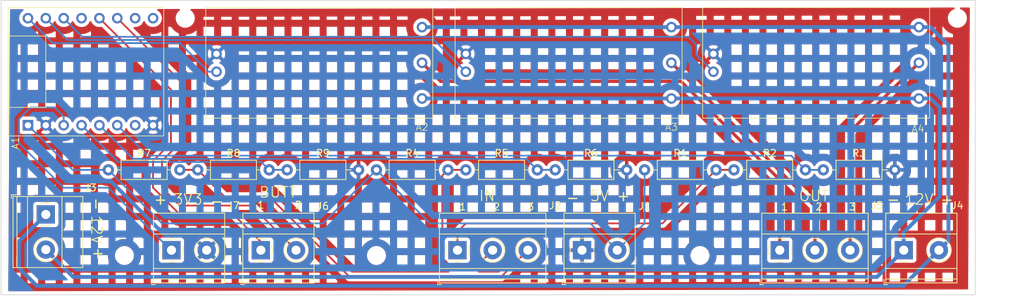
<source format=kicad_pcb>
(kicad_pcb (version 20241229) (generator "pcbnew") (generator_version "9.0")
  (title_block (title "Watering System I/O") (rev "1.0"))
  (layers (0 "F.Cu" signal) (2 "B.Cu" signal) (13 "F.Paste" user) (15 "B.Paste" user) (5 "F.SilkS" user "F.Silkscreen") (7 "B.SilkS" user "B.Silkscreen") (1 "F.Mask" user) (3 "B.Mask" user) (25 "Edge.Cuts" user))
  (net 0 "")
  (net 1 "+5V")
  (net 2 "GND")
  (net 3 "+3.3V")
  (net 4 "Net-(A1-G29{slash}A3)")
  (net 5 "Net-(A1-G28{slash}A2)")
  (net 6 "Net-(A1-G27{slash}A1{slash}I1SCL)")
  (net 10 "Net-(A1-G5{slash}S0CS{slash}I0SCL{slash}U1RX)")
  (net 11 "Net-(A1-G4{slash}S0RX{slash}I0SDA{slash}U1TX)")
  (net 13 "Net-(A1-G2{slash}S0SCK{slash}I1SDA)")
  (net 14 "Net-(A1-G1{slash}S0CS{slash}I0SCL{slash}U0RX)")
  (net 15 "Net-(A1-G0{slash}S0RX{slash}I0SDA{slash}U0TX)")
  (net 16 "GNDPWR")
  (net 17 "/OUT1")
  (net 18 "+12V")
  (net 19 "/OUT2")
  (net 20 "/OUT3")
  (net 21 "Net-(J2-Pin_1)")
  (net 22 "Net-(J2-Pin_2)")
  (net 23 "Net-(J2-Pin_3)")
  (footprint "TerminalBlock_Phoenix:TerminalBlock_Phoenix_MKDS-1,5-2_1x02_P5.00mm_Horizontal" (layer "F.Cu") (at 83.82 106.68 -90)
    (property "Reference" "J3" (at -3.81 -6.35 180) (layer "F.SilkS"))
    (property "Value" "Screw_Terminal_01x02")
    (fp_line (start -2.8 4.9) (end -2.3 4.9) (stroke (width 0.12)) (layer "F.SilkS"))
    (fp_line (start -2.56 4.66) (end 7.56 4.66) (stroke (width 0.12)) (layer "F.SilkS"))
    (fp_line (start -2.8 4.16) (end -2.8 4.9) (stroke (width 0.12)) (layer "F.SilkS"))
    (fp_line (start -2.56 4.1) (end 7.56 4.1) (stroke (width 0.12)) (layer "F.SilkS"))
    (fp_line (start -2.56 2.6) (end 7.56 2.6) (stroke (width 0.12)) (layer "F.SilkS"))
    (fp_line (start 3.966 1.239) (end 3.931 1.274) (stroke (width 0.12)) (layer "F.SilkS"))
    (fp_line (start 3.773 1.023) (end 3.726 1.069) (stroke (width 0.12)) (layer "F.SilkS"))
    (fp_line (start 6.275 -1.069) (end 6.228 -1.023) (stroke (width 0.12)) (layer "F.SilkS"))
    (fp_line (start 6.07 -1.275) (end 6.035 -1.239) (stroke (width 0.12)) (layer "F.SilkS"))
    (fp_line (start -2.56 -2.301) (end 7.56 -2.301) (stroke (width 0.12)) (layer "F.SilkS"))
    (fp_line (start -2.56 -5.261) (end -2.56 4.66) (stroke (width 0.12)) (layer "F.SilkS"))
    (fp_line (start -2.56 -5.261) (end 7.56 -5.261) (stroke (width 0.12)) (layer "F.SilkS"))
    (fp_line (start 7.56 -5.261) (end 7.56 4.66) (stroke (width 0.12)) (layer "F.SilkS"))
    (fp_arc (start 0.028805 1.680253) (mid -0.335551 1.646659) (end -0.684 1.535) (stroke (width 0.12)) (layer "F.SilkS"))
    (fp_arc (start 0.683318 1.534756) (mid 0.349292 1.643288) (end 0 1.68) (stroke (width 0.12)) (layer "F.SilkS"))
    (fp_arc (start -1.535427 0.683042) (mid -1.680501 -0.000524) (end -1.535 -0.684) (stroke (width 0.12)) (layer "F.SilkS"))
    (fp_arc (start 1.535427 -0.683042) (mid 1.680501 0.000524) (end 1.535 0.684) (stroke (width 0.12)) (layer "F.SilkS"))
    (fp_arc (start -0.683042 -1.535427) (mid 0.000524 -1.680501) (end 0.684 -1.535) (stroke (width 0.12)) (layer "F.SilkS"))
    (fp_circle (center 5 0) (end 6.68 0) (stroke (width 0.12)) (fill no) (layer "F.SilkS"))
    (pad "1" thru_hole rect (at 0 0 270) (size 2.6 2.6) (drill 1.3) (layers "*.Cu" "*.Mask") (net 16 "GNDPWR"))
    (pad "2" thru_hole circle (at 5 0 270) (size 2.6 2.6) (drill 1.3) (layers "*.Cu" "*.Mask") (net 18 "+12V"))
  )
  (footprint "TerminalBlock_Phoenix:TerminalBlock_Phoenix_MKDS-1,5-3_1x03_P5.00mm_Horizontal" (layer "F.Cu") (at 142.32 111.76)
    (property "Reference" "J2" (at 13.89 -6.35 0) (layer "F.SilkS"))
    (property "Value" "Screw_Terminal_01x03")
    (fp_line (start -2.8 4.16) (end -2.8 4.9) (stroke (width 0.12)) (layer "F.SilkS"))
    (fp_line (start -2.8 4.9) (end -2.3 4.9) (stroke (width 0.12)) (layer "F.SilkS"))
    (fp_line (start -2.56 -5.261) (end -2.56 4.66) (stroke (width 0.12)) (layer "F.SilkS"))
    (fp_line (start -2.56 -5.261) (end 12.56 -5.261) (stroke (width 0.12)) (layer "F.SilkS"))
    (fp_line (start -2.56 -2.301) (end 12.56 -2.301) (stroke (width 0.12)) (layer "F.SilkS"))
    (fp_line (start -2.56 2.6) (end 12.56 2.6) (stroke (width 0.12)) (layer "F.SilkS"))
    (fp_line (start -2.56 4.1) (end 12.56 4.1) (stroke (width 0.12)) (layer "F.SilkS"))
    (fp_line (start -2.56 4.66) (end 12.56 4.66) (stroke (width 0.12)) (layer "F.SilkS"))
    (fp_line (start 3.773 1.023) (end 3.726 1.069) (stroke (width 0.12)) (layer "F.SilkS"))
    (fp_line (start 3.966 1.239) (end 3.931 1.274) (stroke (width 0.12)) (layer "F.SilkS"))
    (fp_line (start 6.07 -1.275) (end 6.035 -1.239) (stroke (width 0.12)) (layer "F.SilkS"))
    (fp_line (start 6.275 -1.069) (end 6.228 -1.023) (stroke (width 0.12)) (layer "F.SilkS"))
    (fp_line (start 8.773 1.023) (end 8.726 1.069) (stroke (width 0.12)) (layer "F.SilkS"))
    (fp_line (start 8.966 1.239) (end 8.931 1.274) (stroke (width 0.12)) (layer "F.SilkS"))
    (fp_line (start 11.07 -1.275) (end 11.035 -1.239) (stroke (width 0.12)) (layer "F.SilkS"))
    (fp_line (start 11.275 -1.069) (end 11.228 -1.023) (stroke (width 0.12)) (layer "F.SilkS"))
    (fp_line (start 12.56 -5.261) (end 12.56 4.66) (stroke (width 0.12)) (layer "F.SilkS"))
    (fp_arc (start -1.535427 0.683042) (mid -1.680501 -0.000524) (end -1.535 -0.684) (stroke (width 0.12)) (layer "F.SilkS"))
    (fp_arc (start -0.683042 -1.535427) (mid 0.000524 -1.680501) (end 0.684 -1.535) (stroke (width 0.12)) (layer "F.SilkS"))
    (fp_arc (start 0.028805 1.680253) (mid -0.335551 1.646659) (end -0.684 1.535) (stroke (width 0.12)) (layer "F.SilkS"))
    (fp_arc (start 0.683318 1.534756) (mid 0.349292 1.643288) (end 0 1.68) (stroke (width 0.12)) (layer "F.SilkS"))
    (fp_arc (start 1.535427 -0.683042) (mid 1.680501 0.000524) (end 1.535 0.684) (stroke (width 0.12)) (layer "F.SilkS"))
    (fp_circle (center 5 0) (end 6.68 0) (stroke (width 0.12)) (fill no) (layer "F.SilkS"))
    (fp_circle (center 10 0) (end 11.68 0) (stroke (width 0.12)) (fill no) (layer "F.SilkS"))
    (pad "1" thru_hole rect (at 0 0) (size 2.6 2.6) (drill 1.3) (layers "*.Cu" "*.Mask") (net 21 "Net-(J2-Pin_1)"))
    (pad "2" thru_hole circle (at 5 0) (size 2.6 2.6) (drill 1.3) (layers "*.Cu" "*.Mask") (net 22 "Net-(J2-Pin_2)"))
    (pad "3" thru_hole circle (at 10 0) (size 2.6 2.6) (drill 1.3) (layers "*.Cu" "*.Mask") (net 23 "Net-(J2-Pin_3)"))
  )
  (footprint "TerminalBlock_Phoenix:TerminalBlock_Phoenix_MKDS-1,5-2_1x02_P5.00mm_Horizontal" (layer "F.Cu") (at 101.68 111.76)
    (property "Reference" "J7" (at 8.81 -6.35 0) (layer "F.SilkS"))
    (property "Value" "Screw_Terminal_01x02")
    (fp_line (start -2.8 4.16) (end -2.8 4.9) (stroke (width 0.12)) (layer "F.SilkS"))
    (fp_line (start -2.8 4.9) (end -2.3 4.9) (stroke (width 0.12)) (layer "F.SilkS"))
    (fp_line (start -2.56 -5.261) (end -2.56 4.66) (stroke (width 0.12)) (layer "F.SilkS"))
    (fp_line (start -2.56 -5.261) (end 7.56 -5.261) (stroke (width 0.12)) (layer "F.SilkS"))
    (fp_line (start -2.56 -2.301) (end 7.56 -2.301) (stroke (width 0.12)) (layer "F.SilkS"))
    (fp_line (start -2.56 2.6) (end 7.56 2.6) (stroke (width 0.12)) (layer "F.SilkS"))
    (fp_line (start -2.56 4.1) (end 7.56 4.1) (stroke (width 0.12)) (layer "F.SilkS"))
    (fp_line (start -2.56 4.66) (end 7.56 4.66) (stroke (width 0.12)) (layer "F.SilkS"))
    (fp_line (start 3.773 1.023) (end 3.726 1.069) (stroke (width 0.12)) (layer "F.SilkS"))
    (fp_line (start 3.966 1.239) (end 3.931 1.274) (stroke (width 0.12)) (layer "F.SilkS"))
    (fp_line (start 6.07 -1.275) (end 6.035 -1.239) (stroke (width 0.12)) (layer "F.SilkS"))
    (fp_line (start 6.275 -1.069) (end 6.228 -1.023) (stroke (width 0.12)) (layer "F.SilkS"))
    (fp_line (start 7.56 -5.261) (end 7.56 4.66) (stroke (width 0.12)) (layer "F.SilkS"))
    (fp_arc (start -1.535427 0.683042) (mid -1.680501 -0.000524) (end -1.535 -0.684) (stroke (width 0.12)) (layer "F.SilkS"))
    (fp_arc (start -0.683042 -1.535427) (mid 0.000524 -1.680501) (end 0.684 -1.535) (stroke (width 0.12)) (layer "F.SilkS"))
    (fp_arc (start 0.028805 1.680253) (mid -0.335551 1.646659) (end -0.684 1.535) (stroke (width 0.12)) (layer "F.SilkS"))
    (fp_arc (start 0.683318 1.534756) (mid 0.349292 1.643288) (end 0 1.68) (stroke (width 0.12)) (layer "F.SilkS"))
    (fp_arc (start 1.535427 -0.683042) (mid 1.680501 0.000524) (end 1.535 0.684) (stroke (width 0.12)) (layer "F.SilkS"))
    (fp_circle (center 5 0) (end 6.68 0) (stroke (width 0.12)) (fill no) (layer "F.SilkS"))
    (pad "1" thru_hole rect (at 0 0) (size 2.6 2.6) (drill 1.3) (layers "*.Cu" "*.Mask") (net 3 "+3.3V"))
    (pad "2" thru_hole circle (at 5 0) (size 2.6 2.6) (drill 1.3) (layers "*.Cu" "*.Mask") (net 2 "GND"))
  )
  (footprint "TerminalBlock_Phoenix:TerminalBlock_Phoenix_MKDS-1,5-3_1x03_P5.00mm_Horizontal" (layer "F.Cu") (at 188.12 111.76)
    (property "Reference" "J5" (at 13.81 -6.35 0) (layer "F.SilkS"))
    (property "Value" "Screw_Terminal_01x03")
    (fp_line (start -2.8 4.16) (end -2.8 4.9) (stroke (width 0.12)) (layer "F.SilkS"))
    (fp_line (start -2.8 4.9) (end -2.3 4.9) (stroke (width 0.12)) (layer "F.SilkS"))
    (fp_line (start -2.56 -5.261) (end -2.56 4.66) (stroke (width 0.12)) (layer "F.SilkS"))
    (fp_line (start -2.56 -5.261) (end 12.56 -5.261) (stroke (width 0.12)) (layer "F.SilkS"))
    (fp_line (start -2.56 -2.301) (end 12.56 -2.301) (stroke (width 0.12)) (layer "F.SilkS"))
    (fp_line (start -2.56 2.6) (end 12.56 2.6) (stroke (width 0.12)) (layer "F.SilkS"))
    (fp_line (start -2.56 4.1) (end 12.56 4.1) (stroke (width 0.12)) (layer "F.SilkS"))
    (fp_line (start -2.56 4.66) (end 12.56 4.66) (stroke (width 0.12)) (layer "F.SilkS"))
    (fp_line (start 3.773 1.023) (end 3.726 1.069) (stroke (width 0.12)) (layer "F.SilkS"))
    (fp_line (start 3.966 1.239) (end 3.931 1.274) (stroke (width 0.12)) (layer "F.SilkS"))
    (fp_line (start 6.07 -1.275) (end 6.035 -1.239) (stroke (width 0.12)) (layer "F.SilkS"))
    (fp_line (start 6.275 -1.069) (end 6.228 -1.023) (stroke (width 0.12)) (layer "F.SilkS"))
    (fp_line (start 8.773 1.023) (end 8.726 1.069) (stroke (width 0.12)) (layer "F.SilkS"))
    (fp_line (start 8.966 1.239) (end 8.931 1.274) (stroke (width 0.12)) (layer "F.SilkS"))
    (fp_line (start 11.07 -1.275) (end 11.035 -1.239) (stroke (width 0.12)) (layer "F.SilkS"))
    (fp_line (start 11.275 -1.069) (end 11.228 -1.023) (stroke (width 0.12)) (layer "F.SilkS"))
    (fp_line (start 12.56 -5.261) (end 12.56 4.66) (stroke (width 0.12)) (layer "F.SilkS"))
    (fp_arc (start -1.535427 0.683042) (mid -1.680501 -0.000524) (end -1.535 -0.684) (stroke (width 0.12)) (layer "F.SilkS"))
    (fp_arc (start -0.683042 -1.535427) (mid 0.000524 -1.680501) (end 0.684 -1.535) (stroke (width 0.12)) (layer "F.SilkS"))
    (fp_arc (start 0.028805 1.680253) (mid -0.335551 1.646659) (end -0.684 1.535) (stroke (width 0.12)) (layer "F.SilkS"))
    (fp_arc (start 0.683318 1.534756) (mid 0.349292 1.643288) (end 0 1.68) (stroke (width 0.12)) (layer "F.SilkS"))
    (fp_arc (start 1.535427 -0.683042) (mid 1.680501 0.000524) (end 1.535 0.684) (stroke (width 0.12)) (layer "F.SilkS"))
    (fp_circle (center 5 0) (end 6.68 0) (stroke (width 0.12)) (fill no) (layer "F.SilkS"))
    (fp_circle (center 10 0) (end 11.68 0) (stroke (width 0.12)) (fill no) (layer "F.SilkS"))
    (pad "1" thru_hole rect (at 0 0) (size 2.6 2.6) (drill 1.3) (layers "*.Cu" "*.Mask") (net 17 "/OUT1"))
    (pad "2" thru_hole circle (at 5 0) (size 2.6 2.6) (drill 1.3) (layers "*.Cu" "*.Mask") (net 19 "/OUT2"))
    (pad "3" thru_hole circle (at 10 0) (size 2.6 2.6) (drill 1.3) (layers "*.Cu" "*.Mask") (net 20 "/OUT3"))
  )
  (footprint "Resistor_THT:R_Axial_DIN0207_L6.3mm_D2.5mm_P10.16mm_Horizontal" (layer "F.Cu") (at 130.81 100.33)
    (property "Reference" "R4" (at 5.08 -2.37 0) (layer "F.SilkS"))
    (property "Value" "R")
    (fp_line (start 1.04 0) (end 1.81 0) (stroke (width 0.12)) (layer "F.SilkS"))
    (fp_line (start 1.81 -1.37) (end 1.81 1.37) (stroke (width 0.12)) (layer "F.SilkS"))
    (fp_line (start 1.81 1.37) (end 8.35 1.37) (stroke (width 0.12)) (layer "F.SilkS"))
    (fp_line (start 8.35 -1.37) (end 1.81 -1.37) (stroke (width 0.12)) (layer "F.SilkS"))
    (fp_line (start 8.35 1.37) (end 8.35 -1.37) (stroke (width 0.12)) (layer "F.SilkS"))
    (fp_line (start 9.12 0) (end 8.35 0) (stroke (width 0.12)) (layer "F.SilkS"))
    (pad "1" thru_hole circle (at 0 0) (size 1.6 1.6) (drill 0.8) (layers "*.Cu" "*.Mask") (net 1 "+5V"))
    (pad "2" thru_hole oval (at 10.16 0) (size 1.6 1.6) (drill 0.8) (layers "*.Cu" "*.Mask") (net 22 "Net-(J2-Pin_2)"))
  )
  (footprint "Resistor_THT:R_Axial_DIN0207_L6.3mm_D2.5mm_P10.16mm_Horizontal" (layer "F.Cu") (at 168.91 100.33)
    (property "Reference" "R1" (at 5.08 -2.37 0) (layer "F.SilkS"))
    (property "Value" "R")
    (fp_line (start 1.04 0) (end 1.81 0) (stroke (width 0.12)) (layer "F.SilkS"))
    (fp_line (start 1.81 -1.37) (end 1.81 1.37) (stroke (width 0.12)) (layer "F.SilkS"))
    (fp_line (start 1.81 1.37) (end 8.35 1.37) (stroke (width 0.12)) (layer "F.SilkS"))
    (fp_line (start 8.35 -1.37) (end 1.81 -1.37) (stroke (width 0.12)) (layer "F.SilkS"))
    (fp_line (start 8.35 1.37) (end 8.35 -1.37) (stroke (width 0.12)) (layer "F.SilkS"))
    (fp_line (start 9.12 0) (end 8.35 0) (stroke (width 0.12)) (layer "F.SilkS"))
    (pad "1" thru_hole circle (at 0 0) (size 1.6 1.6) (drill 0.8) (layers "*.Cu" "*.Mask") (net 1 "+5V"))
    (pad "2" thru_hole oval (at 10.16 0) (size 1.6 1.6) (drill 0.8) (layers "*.Cu" "*.Mask") (net 21 "Net-(J2-Pin_1)"))
  )
  (footprint "MountingHole:MountingHole_2.2mm_M2" (layer "F.Cu") (at 176.784 112.522)
    (property "Reference" "REF**" (hide yes))
    (property "Value" "MountingHole_2.2mm_M2")
    (pad "" np_thru_hole circle (at 0 0) (size 2.2 2.2) (drill 2.2) (layers "*.Cu" "*.Mask"))
  )
  (footprint "MountingHole:MountingHole_2.2mm_M2" (layer "F.Cu") (at 213.36 78.74)
    (property "Reference" "REF**" (hide yes))
    (property "Value" "MountingHole_2.2mm_M2")
    (pad "" np_thru_hole circle (at 0 0) (size 2.2 2.2) (drill 2.2) (layers "*.Cu" "*.Mask"))
  )
  (footprint "Resistor_THT:R_Axial_DIN0207_L6.3mm_D2.5mm_P10.16mm_Horizontal" (layer "F.Cu") (at 118.11 100.33)
    (property "Reference" "R9" (at 5.08 -2.37 0) (layer "F.SilkS"))
    (property "Value" "R")
    (fp_line (start 1.04 0) (end 1.81 0) (stroke (width 0.12)) (layer "F.SilkS"))
    (fp_line (start 1.81 -1.37) (end 1.81 1.37) (stroke (width 0.12)) (layer "F.SilkS"))
    (fp_line (start 1.81 1.37) (end 8.35 1.37) (stroke (width 0.12)) (layer "F.SilkS"))
    (fp_line (start 8.35 -1.37) (end 1.81 -1.37) (stroke (width 0.12)) (layer "F.SilkS"))
    (fp_line (start 8.35 1.37) (end 8.35 -1.37) (stroke (width 0.12)) (layer "F.SilkS"))
    (fp_line (start 9.12 0) (end 8.35 0) (stroke (width 0.12)) (layer "F.SilkS"))
    (pad "1" thru_hole circle (at 0 0) (size 1.6 1.6) (drill 0.8) (layers "*.Cu" "*.Mask") (net 4 "Net-(A1-G29{slash}A3)"))
    (pad "2" thru_hole oval (at 10.16 0) (size 1.6 1.6) (drill 0.8) (layers "*.Cu" "*.Mask") (net 2 "GND"))
  )
  (footprint "watering:TINY2040" (layer "F.Cu") (at 81.28 93.98 90)
    (property "Reference" "A1" (at -2.54 -1.778 90) (layer "F.SilkS") (effects (font (thickness 0.1))))
    (property "Value" "TINY2040")
    (fp_rect (start -1.524 -2.794) (end 16.764 19.304) (stroke (width 0.1)) (fill no) (layer "F.SilkS"))
    (fp_rect (start 2.54 -2.79) (end 12.7 2.54) (stroke (width 0.1)) (fill no) (layer "F.SilkS"))
    (pad "1" thru_hole rect (at 0 0 90) (size 1.5 1.5) (drill 0.9) (layers "*.Cu" "*.Mask") (net 1 "+5V"))
    (pad "2" thru_hole circle (at 0 2.54 90) (size 1.5 1.5) (drill 0.9) (layers "*.Cu" "*.Mask") (net 2 "GND"))
    (pad "3" thru_hole circle (at 0 5.08 90) (size 1.5 1.5) (drill 0.9) (layers "*.Cu" "*.Mask") (net 3 "+3.3V"))
    (pad "4" thru_hole circle (at 0 7.62 90) (size 1.5 1.5) (drill 0.9) (layers "*.Cu" "*.Mask") (net 4 "Net-(A1-G29{slash}A3)"))
    (pad "5" thru_hole circle (at 0 10.16 90) (size 1.5 1.5) (drill 0.9) (layers "*.Cu" "*.Mask") (net 5 "Net-(A1-G28{slash}A2)"))
    (pad "6" thru_hole circle (at 0 12.7 90) (size 1.5 1.5) (drill 0.9) (layers "*.Cu" "*.Mask") (net 6 "Net-(A1-G27{slash}A1{slash}I1SCL)"))
    (pad "7" thru_hole circle (at 0 15.24 90) (size 1.5 1.5) (drill 0.9) (layers "*.Cu" "*.Mask"))
    (pad "8" thru_hole circle (at 0 17.78 90) (size 1.5 1.5) (drill 0.9) (layers "*.Cu" "*.Mask") (net 2 "GND"))
    (pad "9" thru_hole circle (at 15.24 17.78 90) (size 1.5 1.5) (drill 0.9) (layers "*.Cu" "*.Mask"))
    (pad "10" thru_hole circle (at 15.24 15.24 90) (size 1.5 1.5) (drill 0.9) (layers "*.Cu" "*.Mask"))
    (pad "11" thru_hole circle (at 15.24 12.7 90) (size 1.5 1.5) (drill 0.9) (layers "*.Cu" "*.Mask") (net 10 "Net-(A1-G5{slash}S0CS{slash}I0SCL{slash}U1RX)"))
    (pad "12" thru_hole circle (at 15.24 10.16 90) (size 1.5 1.5) (drill 0.9) (layers "*.Cu" "*.Mask") (net 11 "Net-(A1-G4{slash}S0RX{slash}I0SDA{slash}U1TX)"))
    (pad "13" thru_hole circle (at 15.24 7.62 90) (size 1.5 1.5) (drill 0.9) (layers "*.Cu" "*.Mask"))
    (pad "14" thru_hole circle (at 15.24 5.08 90) (size 1.5 1.5) (drill 0.9) (layers "*.Cu" "*.Mask") (net 13 "Net-(A1-G2{slash}S0SCK{slash}I1SDA)"))
    (pad "15" thru_hole circle (at 15.24 2.54 90) (size 1.5 1.5) (drill 0.9) (layers "*.Cu" "*.Mask") (net 14 "Net-(A1-G1{slash}S0CS{slash}I0SCL{slash}U0RX)"))
    (pad "16" thru_hole circle (at 15.24 0 90) (size 1.5 1.5) (drill 0.9) (layers "*.Cu" "*.Mask") (net 15 "Net-(A1-G0{slash}S0RX{slash}I0SDA{slash}U0TX)"))
  )
  (footprint "MountingHole:MountingHole_2.2mm_M2" (layer "F.Cu") (at 103.632 78.74)
    (property "Reference" "REF**" (hide yes))
    (property "Value" "MountingHole_2.2mm_M2")
    (pad "" np_thru_hole circle (at 0 0) (size 2.2 2.2) (drill 2.2) (layers "*.Cu" "*.Mask"))
  )
  (footprint "MountingHole:MountingHole_2.2mm_M2" (layer "F.Cu") (at 130.81 112.522)
    (property "Reference" "REF**" (hide yes))
    (property "Value" "MountingHole_2.2mm_M2")
    (pad "" np_thru_hole circle (at 0 0) (size 2.2 2.2) (drill 2.2) (layers "*.Cu" "*.Mask"))
  )
  (footprint "Resistor_THT:R_Axial_DIN0207_L6.3mm_D2.5mm_P10.16mm_Horizontal" (layer "F.Cu") (at 194.31 100.33)
    (property "Reference" "R3" (at 5.08 -2.37 0) (layer "F.SilkS"))
    (property "Value" "R")
    (fp_line (start 1.04 0) (end 1.81 0) (stroke (width 0.12)) (layer "F.SilkS"))
    (fp_line (start 1.81 -1.37) (end 1.81 1.37) (stroke (width 0.12)) (layer "F.SilkS"))
    (fp_line (start 1.81 1.37) (end 8.35 1.37) (stroke (width 0.12)) (layer "F.SilkS"))
    (fp_line (start 8.35 -1.37) (end 1.81 -1.37) (stroke (width 0.12)) (layer "F.SilkS"))
    (fp_line (start 8.35 1.37) (end 8.35 -1.37) (stroke (width 0.12)) (layer "F.SilkS"))
    (fp_line (start 9.12 0) (end 8.35 0) (stroke (width 0.12)) (layer "F.SilkS"))
    (pad "1" thru_hole circle (at 0 0) (size 1.6 1.6) (drill 0.8) (layers "*.Cu" "*.Mask") (net 6 "Net-(A1-G27{slash}A1{slash}I1SCL)"))
    (pad "2" thru_hole oval (at 10.16 0) (size 1.6 1.6) (drill 0.8) (layers "*.Cu" "*.Mask") (net 2 "GND"))
  )
  (footprint "MountingHole:MountingHole_2.2mm_M2" (layer "F.Cu") (at 94.996 112.522)
    (property "Reference" "REF**" (hide yes))
    (property "Value" "MountingHole_2.2mm_M2")
    (pad "" np_thru_hole circle (at 0 0) (size 2.2 2.2) (drill 2.2) (layers "*.Cu" "*.Mask"))
  )
  (footprint "Resistor_THT:R_Axial_DIN0207_L6.3mm_D2.5mm_P10.16mm_Horizontal" (layer "F.Cu") (at 156.21 100.33)
    (property "Reference" "R6" (at 5.08 -2.37 0) (layer "F.SilkS"))
    (property "Value" "R")
    (fp_line (start 1.04 0) (end 1.81 0) (stroke (width 0.12)) (layer "F.SilkS"))
    (fp_line (start 1.81 -1.37) (end 1.81 1.37) (stroke (width 0.12)) (layer "F.SilkS"))
    (fp_line (start 1.81 1.37) (end 8.35 1.37) (stroke (width 0.12)) (layer "F.SilkS"))
    (fp_line (start 8.35 -1.37) (end 1.81 -1.37) (stroke (width 0.12)) (layer "F.SilkS"))
    (fp_line (start 8.35 1.37) (end 8.35 -1.37) (stroke (width 0.12)) (layer "F.SilkS"))
    (fp_line (start 9.12 0) (end 8.35 0) (stroke (width 0.12)) (layer "F.SilkS"))
    (pad "1" thru_hole circle (at 0 0) (size 1.6 1.6) (drill 0.8) (layers "*.Cu" "*.Mask") (net 5 "Net-(A1-G28{slash}A2)"))
    (pad "2" thru_hole oval (at 10.16 0) (size 1.6 1.6) (drill 0.8) (layers "*.Cu" "*.Mask") (net 2 "GND"))
  )
  (footprint "Resistor_THT:R_Axial_DIN0207_L6.3mm_D2.5mm_P10.16mm_Horizontal" (layer "F.Cu") (at 92.71 100.33)
    (property "Reference" "R7" (at 5.08 -2.37 0) (layer "F.SilkS"))
    (property "Value" "R")
    (fp_line (start 1.04 0) (end 1.81 0) (stroke (width 0.12)) (layer "F.SilkS"))
    (fp_line (start 1.81 -1.37) (end 1.81 1.37) (stroke (width 0.12)) (layer "F.SilkS"))
    (fp_line (start 1.81 1.37) (end 8.35 1.37) (stroke (width 0.12)) (layer "F.SilkS"))
    (fp_line (start 8.35 -1.37) (end 1.81 -1.37) (stroke (width 0.12)) (layer "F.SilkS"))
    (fp_line (start 8.35 1.37) (end 8.35 -1.37) (stroke (width 0.12)) (layer "F.SilkS"))
    (fp_line (start 9.12 0) (end 8.35 0) (stroke (width 0.12)) (layer "F.SilkS"))
    (pad "1" thru_hole circle (at 0 0) (size 1.6 1.6) (drill 0.8) (layers "*.Cu" "*.Mask") (net 1 "+5V"))
    (pad "2" thru_hole oval (at 10.16 0) (size 1.6 1.6) (drill 0.8) (layers "*.Cu" "*.Mask") (net 23 "Net-(J2-Pin_3)"))
  )
  (footprint "watering:CMLR7843" (layer "F.Cu") (at 137.287 91.44 180)
    (property "Reference" "A2" (at 0 -2.794 0) (layer "F.SilkS") (effects (font (thickness 0.1))))
    (property "Value" "LR7843 Module")
    (fp_rect (start -1.524 -1.524) (end 30.734 14.224) (stroke (width 0.1)) (fill no) (layer "F.SilkS"))
    (pad "1" thru_hole circle (at 29.21 5.08) (size 1.5 1.5) (drill 0.9) (layers "*.Cu" "*.Mask") (net 15 "Net-(A1-G0{slash}S0RX{slash}I0SDA{slash}U0TX)"))
    (pad "2" thru_hole circle (at 29.21 7.62) (size 1.5 1.5) (drill 0.9) (layers "*.Cu" "*.Mask") (net 2 "GND"))
    (pad "3" thru_hole circle (at 0 11.43) (size 1.5 1.5) (drill 0.9) (layers "*.Cu" "*.Mask") (net 16 "GNDPWR"))
    (pad "4" thru_hole circle (at 0 6.35) (size 1.5 1.5) (drill 0.9) (layers "*.Cu" "*.Mask") (net 17 "/OUT1"))
    (pad "5" thru_hole circle (at 0 1.27) (size 1.5 1.5) (drill 0.9) (layers "*.Cu" "*.Mask") (net 18 "+12V"))
  )
  (footprint "watering:CMLR7843" (layer "F.Cu") (at 207.899 91.44 180)
    (property "Reference" "A4" (at 0.127 -3.048 0) (layer "F.SilkS") (effects (font (thickness 0.1))))
    (property "Value" "LR7843 Module")
    (fp_rect (start -1.524 -1.524) (end 30.734 14.224) (stroke (width 0.1)) (fill no) (layer "F.SilkS"))
    (pad "1" thru_hole circle (at 29.21 5.08) (size 1.5 1.5) (drill 0.9) (layers "*.Cu" "*.Mask") (net 13 "Net-(A1-G2{slash}S0SCK{slash}I1SDA)"))
    (pad "2" thru_hole circle (at 29.21 7.62) (size 1.5 1.5) (drill 0.9) (layers "*.Cu" "*.Mask") (net 2 "GND"))
    (pad "3" thru_hole circle (at 0 11.43) (size 1.5 1.5) (drill 0.9) (layers "*.Cu" "*.Mask") (net 16 "GNDPWR"))
    (pad "4" thru_hole circle (at 0 6.35) (size 1.5 1.5) (drill 0.9) (layers "*.Cu" "*.Mask") (net 20 "/OUT3"))
    (pad "5" thru_hole circle (at 0 1.27) (size 1.5 1.5) (drill 0.9) (layers "*.Cu" "*.Mask") (net 18 "+12V"))
  )
  (footprint "Resistor_THT:R_Axial_DIN0207_L6.3mm_D2.5mm_P10.16mm_Horizontal" (layer "F.Cu") (at 143.51 100.33)
    (property "Reference" "R5" (at 5.08 -2.37 0) (layer "F.SilkS"))
    (property "Value" "R")
    (fp_line (start 1.04 0) (end 1.81 0) (stroke (width 0.12)) (layer "F.SilkS"))
    (fp_line (start 1.81 -1.37) (end 1.81 1.37) (stroke (width 0.12)) (layer "F.SilkS"))
    (fp_line (start 1.81 1.37) (end 8.35 1.37) (stroke (width 0.12)) (layer "F.SilkS"))
    (fp_line (start 8.35 -1.37) (end 1.81 -1.37) (stroke (width 0.12)) (layer "F.SilkS"))
    (fp_line (start 8.35 1.37) (end 8.35 -1.37) (stroke (width 0.12)) (layer "F.SilkS"))
    (fp_line (start 9.12 0) (end 8.35 0) (stroke (width 0.12)) (layer "F.SilkS"))
    (pad "1" thru_hole circle (at 0 0) (size 1.6 1.6) (drill 0.8) (layers "*.Cu" "*.Mask") (net 22 "Net-(J2-Pin_2)"))
    (pad "2" thru_hole oval (at 10.16 0) (size 1.6 1.6) (drill 0.8) (layers "*.Cu" "*.Mask") (net 5 "Net-(A1-G28{slash}A2)"))
  )
  (footprint "watering:CMLR7843" (layer "F.Cu") (at 172.72 91.44 180)
    (property "Reference" "A3" (at 0 -2.794 0) (layer "F.SilkS") (effects (font (thickness 0.1))))
    (property "Value" "LR7843 Module")
    (fp_rect (start -1.524 -1.524) (end 30.734 14.224) (stroke (width 0.1)) (fill no) (layer "F.SilkS"))
    (pad "1" thru_hole circle (at 29.21 5.08) (size 1.5 1.5) (drill 0.9) (layers "*.Cu" "*.Mask") (net 14 "Net-(A1-G1{slash}S0CS{slash}I0SCL{slash}U0RX)"))
    (pad "2" thru_hole circle (at 29.21 7.62) (size 1.5 1.5) (drill 0.9) (layers "*.Cu" "*.Mask") (net 2 "GND"))
    (pad "3" thru_hole circle (at 0 11.43) (size 1.5 1.5) (drill 0.9) (layers "*.Cu" "*.Mask") (net 16 "GNDPWR"))
    (pad "4" thru_hole circle (at 0 6.35) (size 1.5 1.5) (drill 0.9) (layers "*.Cu" "*.Mask") (net 19 "/OUT2"))
    (pad "5" thru_hole circle (at 0 1.27) (size 1.5 1.5) (drill 0.9) (layers "*.Cu" "*.Mask") (net 18 "+12V"))
  )
  (footprint "Resistor_THT:R_Axial_DIN0207_L6.3mm_D2.5mm_P10.16mm_Horizontal" (layer "F.Cu") (at 105.41 100.33)
    (property "Reference" "R8" (at 5.08 -2.37 0) (layer "F.SilkS"))
    (property "Value" "R")
    (fp_line (start 1.04 0) (end 1.81 0) (stroke (width 0.12)) (layer "F.SilkS"))
    (fp_line (start 1.81 -1.37) (end 1.81 1.37) (stroke (width 0.12)) (layer "F.SilkS"))
    (fp_line (start 1.81 1.37) (end 8.35 1.37) (stroke (width 0.12)) (layer "F.SilkS"))
    (fp_line (start 8.35 -1.37) (end 1.81 -1.37) (stroke (width 0.12)) (layer "F.SilkS"))
    (fp_line (start 8.35 1.37) (end 8.35 -1.37) (stroke (width 0.12)) (layer "F.SilkS"))
    (fp_line (start 9.12 0) (end 8.35 0) (stroke (width 0.12)) (layer "F.SilkS"))
    (pad "1" thru_hole circle (at 0 0) (size 1.6 1.6) (drill 0.8) (layers "*.Cu" "*.Mask") (net 23 "Net-(J2-Pin_3)"))
    (pad "2" thru_hole oval (at 10.16 0) (size 1.6 1.6) (drill 0.8) (layers "*.Cu" "*.Mask") (net 4 "Net-(A1-G29{slash}A3)"))
  )
  (footprint "TerminalBlock_Phoenix:TerminalBlock_Phoenix_MKDS-1,5-2_1x02_P5.00mm_Horizontal" (layer "F.Cu") (at 114.38 111.76)
    (property "Reference" "J6" (at 8.81 -6.26 0) (layer "F.SilkS"))
    (property "Value" "Screw_Terminal_01x02")
    (fp_line (start -2.8 4.16) (end -2.8 4.9) (stroke (width 0.12)) (layer "F.SilkS"))
    (fp_line (start -2.8 4.9) (end -2.3 4.9) (stroke (width 0.12)) (layer "F.SilkS"))
    (fp_line (start -2.56 -5.261) (end -2.56 4.66) (stroke (width 0.12)) (layer "F.SilkS"))
    (fp_line (start -2.56 -5.261) (end 7.56 -5.261) (stroke (width 0.12)) (layer "F.SilkS"))
    (fp_line (start -2.56 -2.301) (end 7.56 -2.301) (stroke (width 0.12)) (layer "F.SilkS"))
    (fp_line (start -2.56 2.6) (end 7.56 2.6) (stroke (width 0.12)) (layer "F.SilkS"))
    (fp_line (start -2.56 4.1) (end 7.56 4.1) (stroke (width 0.12)) (layer "F.SilkS"))
    (fp_line (start -2.56 4.66) (end 7.56 4.66) (stroke (width 0.12)) (layer "F.SilkS"))
    (fp_line (start 3.773 1.023) (end 3.726 1.069) (stroke (width 0.12)) (layer "F.SilkS"))
    (fp_line (start 3.966 1.239) (end 3.931 1.274) (stroke (width 0.12)) (layer "F.SilkS"))
    (fp_line (start 6.07 -1.275) (end 6.035 -1.239) (stroke (width 0.12)) (layer "F.SilkS"))
    (fp_line (start 6.275 -1.069) (end 6.228 -1.023) (stroke (width 0.12)) (layer "F.SilkS"))
    (fp_line (start 7.56 -5.261) (end 7.56 4.66) (stroke (width 0.12)) (layer "F.SilkS"))
    (fp_arc (start -1.535427 0.683042) (mid -1.680501 -0.000524) (end -1.535 -0.684) (stroke (width 0.12)) (layer "F.SilkS"))
    (fp_arc (start -0.683042 -1.535427) (mid 0.000524 -1.680501) (end 0.684 -1.535) (stroke (width 0.12)) (layer "F.SilkS"))
    (fp_arc (start 0.028805 1.680253) (mid -0.335551 1.646659) (end -0.684 1.535) (stroke (width 0.12)) (layer "F.SilkS"))
    (fp_arc (start 0.683318 1.534756) (mid 0.349292 1.643288) (end 0 1.68) (stroke (width 0.12)) (layer "F.SilkS"))
    (fp_arc (start 1.535427 -0.683042) (mid 1.680501 0.000524) (end 1.535 0.684) (stroke (width 0.12)) (layer "F.SilkS"))
    (fp_circle (center 5 0) (end 6.68 0) (stroke (width 0.12)) (fill no) (layer "F.SilkS"))
    (pad "1" thru_hole rect (at 0 0) (size 2.6 2.6) (drill 1.3) (layers "*.Cu" "*.Mask") (net 11 "Net-(A1-G4{slash}S0RX{slash}I0SDA{slash}U1TX)"))
    (pad "2" thru_hole circle (at 5 0) (size 2.6 2.6) (drill 1.3) (layers "*.Cu" "*.Mask") (net 10 "Net-(A1-G5{slash}S0CS{slash}I0SCL{slash}U1RX)"))
  )
  (footprint "Resistor_THT:R_Axial_DIN0207_L6.3mm_D2.5mm_P10.16mm_Horizontal" (layer "F.Cu") (at 181.61 100.33)
    (property "Reference" "R2" (at 5.08 -2.37 0) (layer "F.SilkS"))
    (property "Value" "R")
    (fp_line (start 1.04 0) (end 1.81 0) (stroke (width 0.12)) (layer "F.SilkS"))
    (fp_line (start 1.81 -1.37) (end 1.81 1.37) (stroke (width 0.12)) (layer "F.SilkS"))
    (fp_line (start 1.81 1.37) (end 8.35 1.37) (stroke (width 0.12)) (layer "F.SilkS"))
    (fp_line (start 8.35 -1.37) (end 1.81 -1.37) (stroke (width 0.12)) (layer "F.SilkS"))
    (fp_line (start 8.35 1.37) (end 8.35 -1.37) (stroke (width 0.12)) (layer "F.SilkS"))
    (fp_line (start 9.12 0) (end 8.35 0) (stroke (width 0.12)) (layer "F.SilkS"))
    (pad "1" thru_hole circle (at 0 0) (size 1.6 1.6) (drill 0.8) (layers "*.Cu" "*.Mask") (net 21 "Net-(J2-Pin_1)"))
    (pad "2" thru_hole oval (at 10.16 0) (size 1.6 1.6) (drill 0.8) (layers "*.Cu" "*.Mask") (net 6 "Net-(A1-G27{slash}A1{slash}I1SCL)"))
  )
  (footprint "TerminalBlock_Phoenix:TerminalBlock_Phoenix_MKDS-1,5-2_1x02_P5.00mm_Horizontal" (layer "F.Cu") (at 160.02 111.76)
    (property "Reference" "J1" (at 8.89 -6.26 0) (layer "F.SilkS"))
    (property "Value" "Screw_Terminal_01x02")
    (fp_line (start -2.8 4.16) (end -2.8 4.9) (stroke (width 0.12)) (layer "F.SilkS"))
    (fp_line (start -2.8 4.9) (end -2.3 4.9) (stroke (width 0.12)) (layer "F.SilkS"))
    (fp_line (start -2.56 -5.261) (end -2.56 4.66) (stroke (width 0.12)) (layer "F.SilkS"))
    (fp_line (start -2.56 -5.261) (end 7.56 -5.261) (stroke (width 0.12)) (layer "F.SilkS"))
    (fp_line (start -2.56 -2.301) (end 7.56 -2.301) (stroke (width 0.12)) (layer "F.SilkS"))
    (fp_line (start -2.56 2.6) (end 7.56 2.6) (stroke (width 0.12)) (layer "F.SilkS"))
    (fp_line (start -2.56 4.1) (end 7.56 4.1) (stroke (width 0.12)) (layer "F.SilkS"))
    (fp_line (start -2.56 4.66) (end 7.56 4.66) (stroke (width 0.12)) (layer "F.SilkS"))
    (fp_line (start 3.773 1.023) (end 3.726 1.069) (stroke (width 0.12)) (layer "F.SilkS"))
    (fp_line (start 3.966 1.239) (end 3.931 1.274) (stroke (width 0.12)) (layer "F.SilkS"))
    (fp_line (start 6.07 -1.275) (end 6.035 -1.239) (stroke (width 0.12)) (layer "F.SilkS"))
    (fp_line (start 6.275 -1.069) (end 6.228 -1.023) (stroke (width 0.12)) (layer "F.SilkS"))
    (fp_line (start 7.56 -5.261) (end 7.56 4.66) (stroke (width 0.12)) (layer "F.SilkS"))
    (fp_arc (start -1.535427 0.683042) (mid -1.680501 -0.000524) (end -1.535 -0.684) (stroke (width 0.12)) (layer "F.SilkS"))
    (fp_arc (start -0.683042 -1.535427) (mid 0.000524 -1.680501) (end 0.684 -1.535) (stroke (width 0.12)) (layer "F.SilkS"))
    (fp_arc (start 0.028805 1.680253) (mid -0.335551 1.646659) (end -0.684 1.535) (stroke (width 0.12)) (layer "F.SilkS"))
    (fp_arc (start 0.683318 1.534756) (mid 0.349292 1.643288) (end 0 1.68) (stroke (width 0.12)) (layer "F.SilkS"))
    (fp_arc (start 1.535427 -0.683042) (mid 1.680501 0.000524) (end 1.535 0.684) (stroke (width 0.12)) (layer "F.SilkS"))
    (fp_circle (center 5 0) (end 6.68 0) (stroke (width 0.12)) (fill no) (layer "F.SilkS"))
    (pad "1" thru_hole rect (at 0 0) (size 2.6 2.6) (drill 1.3) (layers "*.Cu" "*.Mask") (net 2 "GND"))
    (pad "2" thru_hole circle (at 5 0) (size 2.6 2.6) (drill 1.3) (layers "*.Cu" "*.Mask") (net 1 "+5V"))
  )
  (footprint "TerminalBlock_Phoenix:TerminalBlock_Phoenix_MKDS-1,5-2_1x02_P5.00mm_Horizontal" (layer "F.Cu") (at 205.74 111.76)
    (property "Reference" "J4" (at 7.62 -6.35 0) (layer "F.SilkS"))
    (property "Value" "Screw_Terminal_01x02")
    (fp_line (start -2.8 4.16) (end -2.8 4.9) (stroke (width 0.12)) (layer "F.SilkS"))
    (fp_line (start -2.8 4.9) (end -2.3 4.9) (stroke (width 0.12)) (layer "F.SilkS"))
    (fp_line (start -2.56 -5.261) (end -2.56 4.66) (stroke (width 0.12)) (layer "F.SilkS"))
    (fp_line (start -2.56 -5.261) (end 7.56 -5.261) (stroke (width 0.12)) (layer "F.SilkS"))
    (fp_line (start -2.56 -2.301) (end 7.56 -2.301) (stroke (width 0.12)) (layer "F.SilkS"))
    (fp_line (start -2.56 2.6) (end 7.56 2.6) (stroke (width 0.12)) (layer "F.SilkS"))
    (fp_line (start -2.56 4.1) (end 7.56 4.1) (stroke (width 0.12)) (layer "F.SilkS"))
    (fp_line (start -2.56 4.66) (end 7.56 4.66) (stroke (width 0.12)) (layer "F.SilkS"))
    (fp_line (start 3.773 1.023) (end 3.726 1.069) (stroke (width 0.12)) (layer "F.SilkS"))
    (fp_line (start 3.966 1.239) (end 3.931 1.274) (stroke (width 0.12)) (layer "F.SilkS"))
    (fp_line (start 6.07 -1.275) (end 6.035 -1.239) (stroke (width 0.12)) (layer "F.SilkS"))
    (fp_line (start 6.275 -1.069) (end 6.228 -1.023) (stroke (width 0.12)) (layer "F.SilkS"))
    (fp_line (start 7.56 -5.261) (end 7.56 4.66) (stroke (width 0.12)) (layer "F.SilkS"))
    (fp_arc (start -1.535427 0.683042) (mid -1.680501 -0.000524) (end -1.535 -0.684) (stroke (width 0.12)) (layer "F.SilkS"))
    (fp_arc (start -0.683042 -1.535427) (mid 0.000524 -1.680501) (end 0.684 -1.535) (stroke (width 0.12)) (layer "F.SilkS"))
    (fp_arc (start 0.028805 1.680253) (mid -0.335551 1.646659) (end -0.684 1.535) (stroke (width 0.12)) (layer "F.SilkS"))
    (fp_arc (start 0.683318 1.534756) (mid 0.349292 1.643288) (end 0 1.68) (stroke (width 0.12)) (layer "F.SilkS"))
    (fp_arc (start 1.535427 -0.683042) (mid 1.680501 0.000524) (end 1.535 0.684) (stroke (width 0.12)) (layer "F.SilkS"))
    (fp_circle (center 5 0) (end 6.68 0) (stroke (width 0.12)) (fill no) (layer "F.SilkS"))
    (pad "1" thru_hole rect (at 0 0) (size 2.6 2.6) (drill 1.3) (layers "*.Cu" "*.Mask") (net 18 "+12V"))
    (pad "2" thru_hole circle (at 5 0) (size 2.6 2.6) (drill 1.3) (layers "*.Cu" "*.Mask") (net 16 "GNDPWR"))
  )
  (gr_rect (start 77.47 76.2) (end 215.9 118.11) (stroke (width 0.1)) (fill no) (layer "Edge.Cuts"))
  (gr_text "-" (at 203.2 105.41 0) (layer "F.SilkS") (effects (font (size 1.5 1.5) (thickness 0.2)) (justify left bottom)))
  (gr_text "+" (at 210.82 105.41 0) (layer "F.SilkS") (effects (font (size 1.5 1.5) (thickness 0.2)) (justify left bottom)))
  (gr_text "OUT" (at 190.754 104.902 0) (layer "F.SilkS") (effects (font (size 1.5 1.5)) (justify left bottom)))
  (gr_text "+" (at 164.846 104.902 0) (layer "F.SilkS") (effects (font (size 1.5 1.5) (thickness 0.2)) (justify left bottom)))
  (gr_text "-" (at 109.22 104.14 180) (layer "F.SilkS") (effects (font (size 1.5 1.5) (thickness 0.2)) (justify left bottom)))
  (gr_text "2" (at 147.32 106.172 0) (layer "F.SilkS") (effects (font (size 1 1)) (justify left bottom)))
  (gr_text "2" (at 193.12 106.172 0) (layer "F.SilkS") (effects (font (size 1 1)) (justify left bottom)))
  (gr_text "1" (at 188.214 106.172 0) (layer "F.SilkS") (effects (font (size 1 1)) (justify left bottom)))
  (gr_text "1" (at 113.792 105.918 0) (layer "F.SilkS") (effects (font (size 1 1)) (justify left bottom)))
  (gr_text "3" (at 152.146 106.172 0) (layer "F.SilkS") (effects (font (size 1 1)) (justify left bottom)))
  (gr_text "-" (at 159.766 103.632 180) (layer "F.SilkS") (effects (font (size 1.5 1.5) (thickness 0.2)) (justify left bottom)))
  (gr_text "3V3" (at 101.854 105.41 0) (layer "F.SilkS") (effects (font (size 1.5 1.5)) (justify left bottom)))
  (gr_text "3" (at 197.866 106.172 0) (layer "F.SilkS") (effects (font (size 1 1)) (justify left bottom)))
  (gr_text "+" (at 90.17 113.03 0) (layer "F.SilkS") (effects (font (size 1.5 1.5) (thickness 0.2)) (justify left bottom)))
  (gr_text "IN" (at 145.288 104.902 0) (layer "F.SilkS") (effects (font (size 1.5 1.5)) (justify left bottom)))
  (gr_text "BUTT" (at 114.046 104.394 0) (layer "F.SilkS") (effects (font (size 1.5 1.5)) (justify left bottom)))
  (gr_text "12V" (at 90.17 106.68 -90) (layer "F.SilkS") (effects (font (size 1.5 1.5)) (justify left bottom)))
  (gr_text "-" (at 90.17 104.14 -90) (layer "F.SilkS") (effects (font (size 1.5 1.5) (thickness 0.2)) (justify left bottom)))
  (gr_text "+" (at 99.06 105.41 0) (layer "F.SilkS") (effects (font (size 1.5 1.5) (thickness 0.2)) (justify left bottom)))
  (gr_text "2" (at 119.126 105.918 0) (layer "F.SilkS") (effects (font (size 1 1)) (justify left bottom)))
  (gr_text "12V" (at 205.74 105.41 0) (layer "F.SilkS") (effects (font (size 1.5 1.5)) (justify left bottom)))
  (gr_text "5V" (at 161.036 104.902 0) (layer "F.SilkS") (effects (font (size 1.5 1.5)) (justify left bottom)))
  (gr_text "1" (at 142.494 106.172 0) (layer "F.SilkS") (effects (font (size 1 1)) (justify left bottom)))
  (segment (start 165.02 111.76) (end 166.37 110.41) (width 0.25) (layer "B.Cu") (net 1))
  (segment (start 87.63 100.33) (end 81.28 93.98) (width 0.25) (layer "B.Cu") (net 1))
  (segment (start 165.02 111.76) (end 161.21 107.95) (width 0.25) (layer "B.Cu") (net 1))
  (segment (start 92.71 100.33) (end 87.63 100.33) (width 0.25) (layer "B.Cu") (net 1))
  (segment (start 166.45 110.41) (end 168.91 107.95) (width 0.25) (layer "B.Cu") (net 1))
  (segment (start 168.91 107.95) (end 168.91 100.33) (width 0.25) (layer "B.Cu") (net 1))
  (segment (start 161.21 107.95) (end 138.43 107.95) (width 0.25) (layer "B.Cu") (net 1))
  (segment (start 123.19 107.95) (end 100.33 107.95) (width 0.25) (layer "B.Cu") (net 1))
  (segment (start 166.37 110.41) (end 166.45 110.41) (width 0.25) (layer "B.Cu") (net 1))
  (segment (start 138.43 107.95) (end 130.81 100.33) (width 0.25) (layer "B.Cu") (net 1))
  (segment (start 130.81 100.33) (end 123.19 107.95) (width 0.25) (layer "B.Cu") (net 1))
  (segment (start 100.33 107.95) (end 92.71 100.33) (width 0.25) (layer "B.Cu") (net 1))
  (segment (start 101.68 111.76) (end 101.6 111.76) (width 0.25) (layer "B.Cu") (net 3))
  (segment (start 80.01 96.52) (end 80.01 93.1) (width 0.25) (layer "B.Cu") (net 3))
  (segment (start 81.67 91.44) (end 85.09 91.44) (width 0.25) (layer "B.Cu") (net 3))
  (segment (start 86.36 92.71) (end 86.36 93.98) (width 0.25) (layer "B.Cu") (net 3))
  (segment (start 101.6 111.76) (end 92.71 102.87) (width 0.25) (layer "B.Cu") (net 3))
  (segment (start 86.36 102.87) (end 80.01 96.52) (width 0.25) (layer "B.Cu") (net 3))
  (segment (start 85.09 91.44) (end 86.36 92.71) (width 0.25) (layer "B.Cu") (net 3))
  (segment (start 80.01 93.1) (end 81.67 91.44) (width 0.25) (layer "B.Cu") (net 3))
  (segment (start 92.71 102.87) (end 86.36 102.87) (width 0.25) (layer "B.Cu") (net 3))
  (segment (start 115.57 100.33) (end 118.11 100.33) (width 0.25) (layer "B.Cu") (net 4))
  (segment (start 88.9 93.98) (end 94.125 99.205) (width 0.25) (layer "B.Cu") (net 4))
  (segment (start 114.445 99.205) (end 115.57 100.33) (width 0.25) (layer "B.Cu") (net 4))
  (segment (start 94.125 99.205) (end 114.445 99.205) (width 0.25) (layer "B.Cu") (net 4))
  (segment (start 152.095 98.755) (end 153.67 100.33) (width 0.25) (layer "B.Cu") (net 5))
  (segment (start 91.44 93.98) (end 96.215 98.755) (width 0.25) (layer "B.Cu") (net 5))
  (segment (start 96.215 98.755) (end 152.095 98.755) (width 0.25) (layer "B.Cu") (net 5))
  (segment (start 153.67 100.33) (end 156.21 100.33) (width 0.25) (layer "B.Cu") (net 5))
  (segment (start 93.98 93.98) (end 98.305 98.305) (width 0.25) (layer "B.Cu") (net 6))
  (segment (start 98.305 98.305) (end 189.745 98.305) (width 0.25) (layer "B.Cu") (net 6))
  (segment (start 191.77 100.33) (end 194.31 100.33) (width 0.25) (layer "B.Cu") (net 6))
  (segment (start 189.745 98.305) (end 191.77 100.33) (width 0.25) (layer "B.Cu") (net 6))
  (segment (start 93.98 78.74) (end 102.87 87.63) (width 0.25) (layer "F.Cu") (net 10))
  (segment (start 100.33 102.87) (end 102.87 105.41) (width 0.25) (layer "F.Cu") (net 10))
  (segment (start 100.33 99.06) (end 100.33 102.87) (width 0.25) (layer "F.Cu") (net 10))
  (segment (start 113.03 105.41) (end 119.38 111.76) (width 0.25) (layer "F.Cu") (net 10))
  (segment (start 102.87 87.63) (end 102.87 96.52) (width 0.25) (layer "F.Cu") (net 10))
  (segment (start 102.87 96.52) (end 100.33 99.06) (width 0.25) (layer "F.Cu") (net 10))
  (segment (start 102.87 105.41) (end 113.03 105.41) (width 0.25) (layer "F.Cu") (net 10))
  (segment (start 102.87 106.68) (end 99.06 102.87) (width 0.25) (layer "F.Cu") (net 11))
  (segment (start 114.38 110.57) (end 110.49 106.68) (width 0.25) (layer "F.Cu") (net 11))
  (segment (start 114.38 111.76) (end 114.38 110.57) (width 0.25) (layer "F.Cu") (net 11))
  (segment (start 99.06 102.87) (end 99.06 99.06) (width 0.25) (layer "F.Cu") (net 11))
  (segment (start 101.6 96.52) (end 101.6 88.9) (width 0.25) (layer "F.Cu") (net 11))
  (segment (start 99.06 99.06) (end 101.6 96.52) (width 0.25) (layer "F.Cu") (net 11))
  (segment (start 110.49 106.68) (end 102.87 106.68) (width 0.25) (layer "F.Cu") (net 11))
  (segment (start 101.6 88.9) (end 91.44 78.74) (width 0.25) (layer "F.Cu") (net 11))
  (segment (start 178.689 86.36) (end 176.276 83.947) (width 0.25) (layer "B.Cu") (net 13))
  (segment (start 175.155 81.385) (end 89.005 81.385) (width 0.25) (layer "B.Cu") (net 13))
  (segment (start 176.276 82.506) (end 175.155 81.385) (width 0.25) (layer "B.Cu") (net 13))
  (segment (start 89.005 81.385) (end 86.36 78.74) (width 0.25) (layer "B.Cu") (net 13))
  (segment (start 176.276 83.947) (end 176.276 82.506) (width 0.25) (layer "B.Cu") (net 13))
  (segment (start 143.51 86.36) (end 138.985 81.835) (width 0.25) (layer "B.Cu") (net 14))
  (segment (start 138.985 81.835) (end 86.915 81.835) (width 0.25) (layer "B.Cu") (net 14))
  (segment (start 86.915 81.835) (end 83.82 78.74) (width 0.25) (layer "B.Cu") (net 14))
  (segment (start 108.077 86.36) (end 106.945 86.36) (width 0.25) (layer "B.Cu") (net 15))
  (segment (start 102.87 82.285) (end 84.825 82.285) (width 0.25) (layer "B.Cu") (net 15))
  (segment (start 84.825 82.285) (end 81.28 78.74) (width 0.25) (layer "B.Cu") (net 15))
  (segment (start 106.945 86.36) (end 102.87 82.285) (width 0.25) (layer "B.Cu") (net 15))
  (segment (start 83.82 106.68) (end 80.01 110.49) (width 0.55) (layer "B.Cu") (net 16))
  (segment (start 80.01 110.49) (end 80.01 114.3) (width 0.55) (layer "B.Cu") (net 16))
  (segment (start 210.74 111.76) (end 212.09 110.41) (width 0.55) (layer "B.Cu") (net 16))
  (segment (start 212.09 110.41) (end 212.09 82.55) (width 0.55) (layer "B.Cu") (net 16))
  (segment (start 172.72 80.01) (end 137.287 80.01) (width 0.55) (layer "B.Cu") (net 16))
  (segment (start 207.899 80.01) (end 209.55 80.01) (width 0.55) (layer "B.Cu") (net 16))
  (segment (start 207.899 80.01) (end 172.72 80.01) (width 0.55) (layer "B.Cu") (net 16))
  (segment (start 205.66 116.84) (end 210.74 111.76) (width 0.55) (layer "B.Cu") (net 16))
  (segment (start 82.55 116.84) (end 205.66 116.84) (width 0.55) (layer "B.Cu") (net 16))
  (segment (start 212.09 82.55) (end 209.55 80.01) (width 0.55) (layer "B.Cu") (net 16))
  (segment (start 80.01 114.3) (end 82.55 116.84) (width 0.55) (layer "B.Cu") (net 16))
  (segment (start 188.12 101.76) (end 188.12 111.76) (width 0.45) (layer "F.Cu") (net 17))
  (segment (start 137.287 85.09) (end 139.932 87.735) (width 0.45) (layer "F.Cu") (net 17))
  (segment (start 139.932 87.735) (end 174.095 87.735) (width 0.45) (layer "F.Cu") (net 17))
  (segment (start 174.095 87.735) (end 188.12 101.76) (width 0.45) (layer "F.Cu") (net 17))
  (segment (start 205.74 109.22) (end 210.82 104.14) (width 0.55) (layer "B.Cu") (net 18))
  (segment (start 210.82 91.44) (end 209.55 90.17) (width 0.55) (layer "B.Cu") (net 18))
  (segment (start 172.72 90.17) (end 137.287 90.17) (width 0.55) (layer "B.Cu") (net 18))
  (segment (start 83.82 111.68) (end 87.71 115.57) (width 0.55) (layer "B.Cu") (net 18))
  (segment (start 210.82 104.14) (end 210.82 91.44) (width 0.55) (layer "B.Cu") (net 18))
  (segment (start 201.93 115.57) (end 205.74 111.76) (width 0.55) (layer "B.Cu") (net 18))
  (segment (start 209.55 90.17) (end 207.899 90.17) (width 0.55) (layer "B.Cu") (net 18))
  (segment (start 205.74 111.76) (end 205.74 109.22) (width 0.55) (layer "B.Cu") (net 18))
  (segment (start 207.899 90.17) (end 172.72 90.17) (width 0.55) (layer "B.Cu") (net 18))
  (segment (start 87.71 115.57) (end 201.93 115.57) (width 0.55) (layer "B.Cu") (net 18))
  (segment (start 172.72 85.09) (end 193.12 105.49) (width 0.45) (layer "F.Cu") (net 19))
  (segment (start 193.12 105.49) (end 193.12 111.76) (width 0.45) (layer "F.Cu") (net 19))
  (segment (start 198.12 94.869) (end 198.12 111.76) (width 0.45) (layer "F.Cu") (net 20))
  (segment (start 207.899 85.09) (end 198.12 94.869) (width 0.45) (layer "F.Cu") (net 20))
  (segment (start 142.32 111.76) (end 142.32 109.14) (width 0.25) (layer "F.Cu") (net 21))
  (segment (start 179.07 100.33) (end 181.61 100.33) (width 0.25) (layer "F.Cu") (net 21))
  (segment (start 171.45 107.95) (end 179.07 100.33) (width 0.25) (layer "F.Cu") (net 21))
  (segment (start 143.51 107.95) (end 171.45 107.95) (width 0.25) (layer "F.Cu") (net 21))
  (segment (start 142.32 109.14) (end 143.51 107.95) (width 0.25) (layer "F.Cu") (net 21))
  (segment (start 140.170001 112.860001) (end 140.170001 101.129999) (width 0.25) (layer "F.Cu") (net 22))
  (segment (start 141.61 114.3) (end 140.170001 112.860001) (width 0.25) (layer "F.Cu") (net 22))
  (segment (start 144.78 114.3) (end 141.61 114.3) (width 0.25) (layer "F.Cu") (net 22))
  (segment (start 147.32 111.76) (end 144.78 114.3) (width 0.25) (layer "F.Cu") (net 22))
  (segment (start 140.170001 101.129999) (end 140.97 100.33) (width 0.25) (layer "F.Cu") (net 22))
  (segment (start 140.97 100.33) (end 143.51 100.33) (width 0.25) (layer "F.Cu") (net 22))
  (segment (start 115.57 104.14) (end 109.22 104.14) (width 0.25) (layer "F.Cu") (net 23))
  (segment (start 152.32 111.76) (end 148.51 115.57) (width 0.25) (layer "F.Cu") (net 23))
  (segment (start 148.51 115.57) (end 127 115.57) (width 0.25) (layer "F.Cu") (net 23))
  (segment (start 105.41 100.33) (end 102.87 100.33) (width 0.25) (layer "F.Cu") (net 23))
  (segment (start 127 115.57) (end 115.57 104.14) (width 0.25) (layer "F.Cu") (net 23))
  (segment (start 109.22 104.14) (end 105.41 100.33) (width 0.25) (layer "F.Cu") (net 23))
  (zone (net 2) (net_name "GND") (layers "F.Cu" "B.Cu") (connect_pads (clearance 0.5)) (min_thickness 0.25) (fill yes (mode hatch) (thermal_gap 0.5) (thermal_bridge_width 0.5) (hatch_thickness 1) (hatch_gap 1.5) (hatch_orientation 0) (hatch_border_algorithm hatch_thickness) (hatch_min_hole_area 0.3))
    (polygon (pts (xy 78.74 77.47) (xy 215.138 77.216) (xy 214.884 117.348) (xy 78.486 117.602)))
  )
)
</source>
